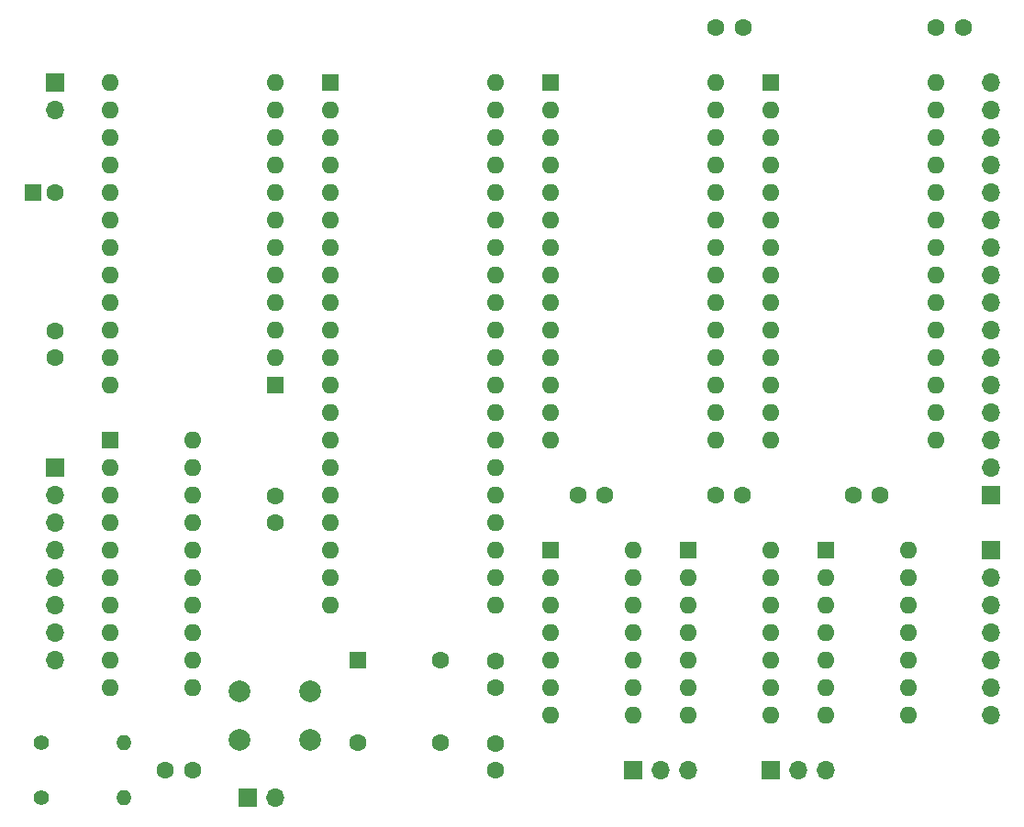
<source format=gbr>
%TF.GenerationSoftware,KiCad,Pcbnew,7.0.10*%
%TF.CreationDate,2024-12-14T08:00:09+00:00*%
%TF.ProjectId,z80_min_sbc_pcb,7a38305f-6d69-46e5-9f73-62635f706362,rev?*%
%TF.SameCoordinates,Original*%
%TF.FileFunction,Soldermask,Top*%
%TF.FilePolarity,Negative*%
%FSLAX46Y46*%
G04 Gerber Fmt 4.6, Leading zero omitted, Abs format (unit mm)*
G04 Created by KiCad (PCBNEW 7.0.10) date 2024-12-14 08:00:09*
%MOMM*%
%LPD*%
G01*
G04 APERTURE LIST*
%ADD10C,1.600000*%
%ADD11C,1.400000*%
%ADD12O,1.400000X1.400000*%
%ADD13R,1.700000X1.700000*%
%ADD14O,1.700000X1.700000*%
%ADD15R,1.600000X1.600000*%
%ADD16C,2.000000*%
%ADD17O,1.600000X1.600000*%
G04 APERTURE END LIST*
D10*
%TO.C,C7*%
X172720000Y-99060000D03*
X175220000Y-99060000D03*
%TD*%
D11*
%TO.C,R1*%
X110490000Y-127000000D03*
D12*
X118110000Y-127000000D03*
%TD*%
D10*
%TO.C,C10*%
X152400000Y-121960000D03*
X152400000Y-124460000D03*
%TD*%
D13*
%TO.C,J4*%
X111760000Y-60960000D03*
D14*
X111760000Y-63500000D03*
%TD*%
D15*
%TO.C,U8*%
X139700000Y-114300000D03*
D10*
X139700000Y-121920000D03*
X147320000Y-121920000D03*
X147320000Y-114300000D03*
%TD*%
D13*
%TO.C,J5*%
X129540000Y-127000000D03*
D14*
X132080000Y-127000000D03*
%TD*%
D13*
%TO.C,J2*%
X111760000Y-96520000D03*
D14*
X111760000Y-99060000D03*
X111760000Y-101600000D03*
X111760000Y-104140000D03*
X111760000Y-106680000D03*
X111760000Y-109220000D03*
X111760000Y-111760000D03*
X111760000Y-114300000D03*
%TD*%
D10*
%TO.C,C5*%
X160020000Y-99060000D03*
X162520000Y-99060000D03*
%TD*%
%TO.C,C9*%
X193080000Y-55880000D03*
X195580000Y-55880000D03*
%TD*%
D16*
%TO.C,SW1*%
X128830000Y-117130000D03*
X135330000Y-117130000D03*
X128830000Y-121630000D03*
X135330000Y-121630000D03*
%TD*%
D15*
%TO.C,U5*%
X137160000Y-60960000D03*
D17*
X137160000Y-63500000D03*
X137160000Y-66040000D03*
X137160000Y-68580000D03*
X137160000Y-71120000D03*
X137160000Y-73660000D03*
X137160000Y-76200000D03*
X137160000Y-78740000D03*
X137160000Y-81280000D03*
X137160000Y-83820000D03*
X137160000Y-86360000D03*
X137160000Y-88900000D03*
X137160000Y-91440000D03*
X137160000Y-93980000D03*
X137160000Y-96520000D03*
X137160000Y-99060000D03*
X137160000Y-101600000D03*
X137160000Y-104140000D03*
X137160000Y-106680000D03*
X137160000Y-109220000D03*
X152400000Y-109220000D03*
X152400000Y-106680000D03*
X152400000Y-104140000D03*
X152400000Y-101600000D03*
X152400000Y-99060000D03*
X152400000Y-96520000D03*
X152400000Y-93980000D03*
X152400000Y-91440000D03*
X152400000Y-88900000D03*
X152400000Y-86360000D03*
X152400000Y-83820000D03*
X152400000Y-81280000D03*
X152400000Y-78740000D03*
X152400000Y-76200000D03*
X152400000Y-73660000D03*
X152400000Y-71120000D03*
X152400000Y-68580000D03*
X152400000Y-66040000D03*
X152400000Y-63500000D03*
X152400000Y-60960000D03*
%TD*%
D15*
%TO.C,C3*%
X109760000Y-71120000D03*
D10*
X111760000Y-71120000D03*
%TD*%
D15*
%TO.C,U1*%
X116840000Y-93980000D03*
D17*
X116840000Y-96520000D03*
X116840000Y-99060000D03*
X116840000Y-101600000D03*
X116840000Y-104140000D03*
X116840000Y-106680000D03*
X116840000Y-109220000D03*
X116840000Y-111760000D03*
X116840000Y-114300000D03*
X116840000Y-116840000D03*
X124460000Y-116840000D03*
X124460000Y-114300000D03*
X124460000Y-111760000D03*
X124460000Y-109220000D03*
X124460000Y-106680000D03*
X124460000Y-104140000D03*
X124460000Y-101600000D03*
X124460000Y-99060000D03*
X124460000Y-96520000D03*
X124460000Y-93980000D03*
%TD*%
D11*
%TO.C,R2*%
X110490000Y-121920000D03*
D12*
X118110000Y-121920000D03*
%TD*%
D10*
%TO.C,C2*%
X152400000Y-114340000D03*
X152400000Y-116840000D03*
%TD*%
D15*
%TO.C,U4*%
X170180000Y-104140000D03*
D17*
X170180000Y-106680000D03*
X170180000Y-109220000D03*
X170180000Y-111760000D03*
X170180000Y-114300000D03*
X170180000Y-116840000D03*
X170180000Y-119380000D03*
X177800000Y-119380000D03*
X177800000Y-116840000D03*
X177800000Y-114300000D03*
X177800000Y-111760000D03*
X177800000Y-109220000D03*
X177800000Y-106680000D03*
X177800000Y-104140000D03*
%TD*%
D15*
%TO.C,U6*%
X157480000Y-60960000D03*
D17*
X157480000Y-63500000D03*
X157480000Y-66040000D03*
X157480000Y-68580000D03*
X157480000Y-71120000D03*
X157480000Y-73660000D03*
X157480000Y-76200000D03*
X157480000Y-78740000D03*
X157480000Y-81280000D03*
X157480000Y-83820000D03*
X157480000Y-86360000D03*
X157480000Y-88900000D03*
X157480000Y-91440000D03*
X157480000Y-93980000D03*
X172720000Y-93980000D03*
X172720000Y-91440000D03*
X172720000Y-88900000D03*
X172720000Y-86360000D03*
X172720000Y-83820000D03*
X172720000Y-81280000D03*
X172720000Y-78740000D03*
X172720000Y-76200000D03*
X172720000Y-73660000D03*
X172720000Y-71120000D03*
X172720000Y-68580000D03*
X172720000Y-66040000D03*
X172720000Y-63500000D03*
X172720000Y-60960000D03*
%TD*%
D15*
%TO.C,U3*%
X182880000Y-104135000D03*
D17*
X182880000Y-106675000D03*
X182880000Y-109215000D03*
X182880000Y-111755000D03*
X182880000Y-114295000D03*
X182880000Y-116835000D03*
X182880000Y-119375000D03*
X190500000Y-119375000D03*
X190500000Y-116835000D03*
X190500000Y-114295000D03*
X190500000Y-111755000D03*
X190500000Y-109215000D03*
X190500000Y-106675000D03*
X190500000Y-104135000D03*
%TD*%
D15*
%TO.C,U9*%
X177800000Y-60960000D03*
D17*
X177800000Y-63500000D03*
X177800000Y-66040000D03*
X177800000Y-68580000D03*
X177800000Y-71120000D03*
X177800000Y-73660000D03*
X177800000Y-76200000D03*
X177800000Y-78740000D03*
X177800000Y-81280000D03*
X177800000Y-83820000D03*
X177800000Y-86360000D03*
X177800000Y-88900000D03*
X177800000Y-91440000D03*
X177800000Y-93980000D03*
X193040000Y-93980000D03*
X193040000Y-91440000D03*
X193040000Y-88900000D03*
X193040000Y-86360000D03*
X193040000Y-83820000D03*
X193040000Y-81280000D03*
X193040000Y-78740000D03*
X193040000Y-76200000D03*
X193040000Y-73660000D03*
X193040000Y-71120000D03*
X193040000Y-68580000D03*
X193040000Y-66040000D03*
X193040000Y-63500000D03*
X193040000Y-60960000D03*
%TD*%
D10*
%TO.C,C6*%
X185420000Y-99060000D03*
X187920000Y-99060000D03*
%TD*%
D13*
%TO.C,J1*%
X198120000Y-99060000D03*
D14*
X198120000Y-96520000D03*
X198120000Y-93980000D03*
X198120000Y-91440000D03*
X198120000Y-88900000D03*
X198120000Y-86360000D03*
X198120000Y-83820000D03*
X198120000Y-81280000D03*
X198120000Y-78740000D03*
X198120000Y-76200000D03*
X198120000Y-73660000D03*
X198120000Y-71120000D03*
X198120000Y-68580000D03*
X198120000Y-66040000D03*
X198120000Y-63500000D03*
X198120000Y-60960000D03*
%TD*%
D15*
%TO.C,U2*%
X157480000Y-104140000D03*
D17*
X157480000Y-106680000D03*
X157480000Y-109220000D03*
X157480000Y-111760000D03*
X157480000Y-114300000D03*
X157480000Y-116840000D03*
X157480000Y-119380000D03*
X165100000Y-119380000D03*
X165100000Y-116840000D03*
X165100000Y-114300000D03*
X165100000Y-111760000D03*
X165100000Y-109220000D03*
X165100000Y-106680000D03*
X165100000Y-104140000D03*
%TD*%
D15*
%TO.C,U7*%
X132080000Y-88900000D03*
D17*
X132080000Y-86360000D03*
X132080000Y-83820000D03*
X132080000Y-81280000D03*
X132080000Y-78740000D03*
X132080000Y-76200000D03*
X132080000Y-73660000D03*
X132080000Y-71120000D03*
X132080000Y-68580000D03*
X132080000Y-66040000D03*
X132080000Y-63500000D03*
X132080000Y-60960000D03*
X116840000Y-60960000D03*
X116840000Y-63500000D03*
X116840000Y-66040000D03*
X116840000Y-68580000D03*
X116840000Y-71120000D03*
X116840000Y-73660000D03*
X116840000Y-76200000D03*
X116840000Y-78740000D03*
X116840000Y-81280000D03*
X116840000Y-83820000D03*
X116840000Y-86360000D03*
X116840000Y-88900000D03*
%TD*%
D13*
%TO.C,JP2*%
X165100000Y-124460000D03*
D14*
X167640000Y-124460000D03*
X170180000Y-124460000D03*
%TD*%
D10*
%TO.C,C11*%
X111760000Y-83860000D03*
X111760000Y-86360000D03*
%TD*%
%TO.C,C4*%
X132080000Y-99100000D03*
X132080000Y-101600000D03*
%TD*%
%TO.C,C1*%
X121960000Y-124460000D03*
X124460000Y-124460000D03*
%TD*%
%TO.C,C8*%
X172760000Y-55880000D03*
X175260000Y-55880000D03*
%TD*%
D13*
%TO.C,JP1*%
X177800000Y-124460000D03*
D14*
X180340000Y-124460000D03*
X182880000Y-124460000D03*
%TD*%
D13*
%TO.C,J3*%
X198120000Y-104140000D03*
D14*
X198120000Y-106680000D03*
X198120000Y-109220000D03*
X198120000Y-111760000D03*
X198120000Y-114300000D03*
X198120000Y-116840000D03*
X198120000Y-119380000D03*
%TD*%
M02*

</source>
